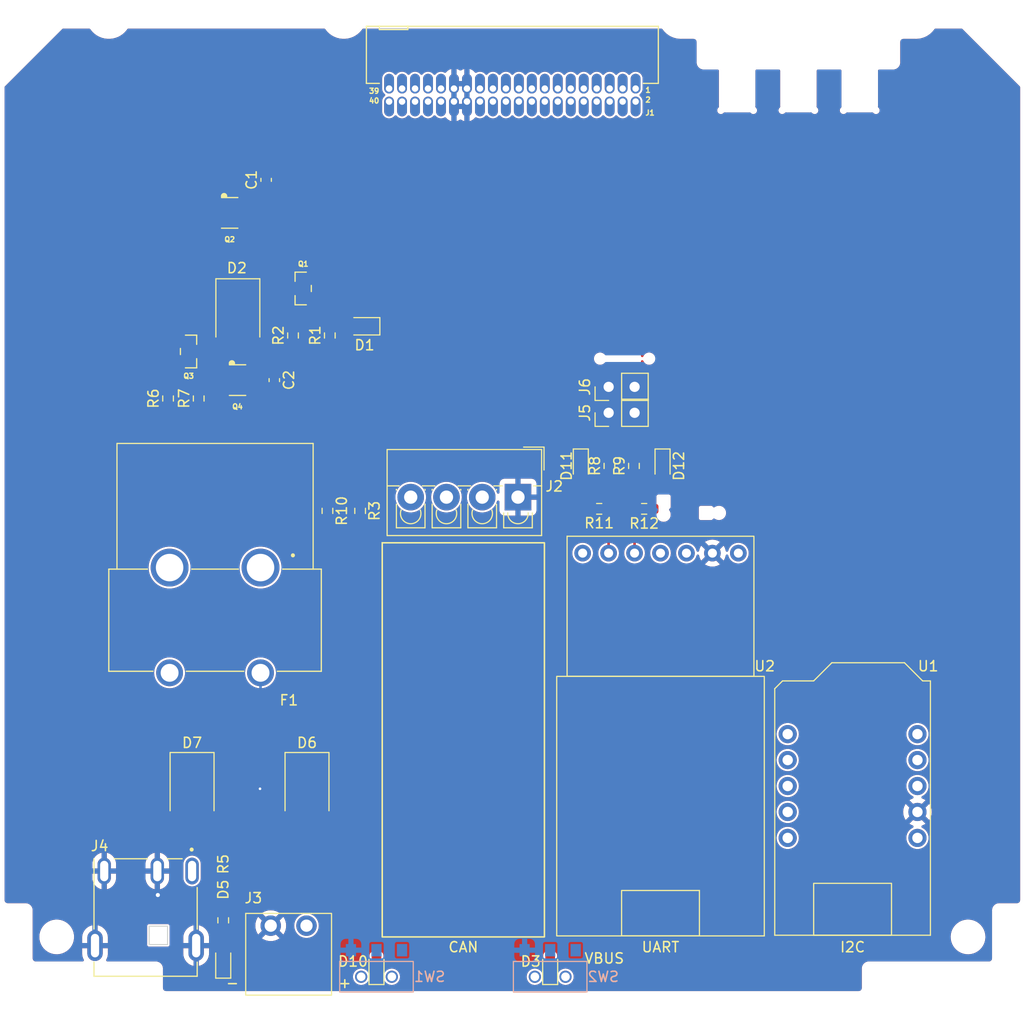
<source format=kicad_pcb>
(kicad_pcb (version 20210606) (generator pcbnew)
  (layers (0 "F.Cu" signal) (31 "B.Cu" signal) (34 "B.Paste" user) (35 "F.Paste" user) (36 "B.SilkS" user "B.Silkscreen") (37 "F.SilkS" user "F.Silkscreen") (38 "B.Mask" user) (39 "F.Mask" user) (44 "Edge.Cuts" user))
  (net 0 "")
  (net 1 "VBUS")
  (net 2 "GND")
  (net 3 "/~{SD}")
  (net 4 "Net-(C2-Pad1)")
  (net 5 "Net-(D2-Pad1)")
  (net 6 "Net-(D1-Pad2)")
  (net 7 "Net-(D3-Pad2)")
  (net 8 "Net-(R8-Pad1)")
  (net 9 "Net-(D5-Pad2)")
  (net 10 "Net-(D6-Pad1)")
  (net 11 "Net-(D6-Pad2)")
  (net 12 "Net-(D7-Pad2)")
  (net 13 "Net-(D10-Pad2)")
  (net 14 "/SPARE5")
  (net 15 "/SPARE4")
  (net 16 "/SPARE3")
  (net 17 "/SPARE1")
  (net 18 "/OPD_SDA")
  (net 19 "/OPD_SCL")
  (net 20 "/OPD_PWR")
  (net 21 "/CAN2_H")
  (net 22 "/CAN2_L")
  (net 23 "/CAN1_H")
  (net 24 "/CAN1_L")
  (net 25 "Net-(F1-Pad1_1)")
  (net 26 "/C3-UART-RX")
  (net 27 "/C3-UART-TX")
  (net 28 "/SPARE32")
  (net 29 "/SPARE31")
  (net 30 "/SPARE22")
  (net 31 "/SPARE21")
  (net 32 "/SPARE10")
  (net 33 "/SPARE9")
  (net 34 "/SPARE8")
  (net 35 "/SPARE7")
  (net 36 "/SPARE6")
  (net 41 "/CANable_5V")
  (net 42 "Net-(J5-Pad1)")
  (net 44 "Net-(J5-Pad2)")
  (net 47 "Net-(Q1-Pad3)")
  (net 48 "Net-(Q3-Pad1)")
  (net 51 "Net-(Q3-Pad3)")
  (net 53 "Net-(R9-Pad1)")
  (net 54 "Net-(D11-Pad2)")
  (net 55 "Net-(D12-Pad2)")
  (footprint "Diode_SMD:D_SMB" (layer "F.Cu") (at 129.8 130 -90)
    (fp_text reference "D6" (at -4.5 0) (layer "F.SilkS"))
    (fp_text value "Schottky")
    (pad "1" smd rect locked (at -2.15 0 270) (size 2.5 2.3) (layers "F.Cu" "F.Paste" "F.Mask") (net 10 "Net-(D6-Pad1)"))
    (pad "2" smd rect locked (at 2.15 0 270) (size 2.5 2.3) (layers "F.Cu" "F.Paste" "F.Mask") (net 11 "Net-(D6-Pad2)"))
  )
  (footprint "oresat-cards:ORESAT-CARD-V1.3-GENERIC-3RF" (layer "F.Cu") (at 100 150)
    (fp_text reference "PCB1" hide)
    (fp_text value "ORESAT-CARD-V1.3-GENERIC-3RF" hide)
    (fp_line (start 3.25 -2.9) (end 4.6 -2.9) (layer "Edge.Cuts") (width 0.001))
    (fp_line (start 84.8 -2.9) (end 95.2 -2.9) (layer "Edge.Cuts") (width 0.001))
    (fp_line (start 82.31 -86.9) (end 82.31 -90.6) (layer "Edge.Cuts") (width 0.001))
    (fp_line (start 76.31 -86.9) (end 76.31 -90.6) (layer "Edge.Cuts") (width 0.001))
    (fp_line (start 70.81 -86.4) (end 72.99 -86.4) (layer "Edge.Cuts") (width 0.001))
    (fp_line (start 79.49 -86.9) (end 79.49 -90.6) (layer "Edge.Cuts") (width 0.001))
    (fp_line (start 82.31 -90.6) (end 79.49 -90.6) (layer "Edge.Cuts") (width 0.001))
    (fp_line (start 85.49 -86.9) (end 85.49 -90.6) (layer "Edge.Cuts") (width 0.001))
    (fp_line (start 94 -94.6) (end 91.1321 -94.6) (layer "Edge.Cuts") (width 0.001))
    (fp_line (start 16 0) (end 83.8 0) (layer "Edge.Cuts") (width 0.001))
    (fp_line (start 87.168 -90.6) (end 85.49 -90.6) (layer "Edge.Cuts") (width 0.001))
    (fp_line (start 0.5 -8.6) (end 2.25 -8.6) (layer "Edge.Cuts") (width 0.001))
    (fp_line (start 84.3 -0.5) (end 84.3 -2.4) (layer "Edge.Cuts") (width 0.001))
    (fp_line (start 4.6 -93.4) (end 0 -88.8) (layer "Edge.Cuts") (width 0.001))
    (fp_line (start 64.668 -94.6) (end 35.132 -94.6) (layer "Edge.Cuts") (width 0.001))
    (fp_line (start 73.49 -86.9) (end 73.49 -90.6) (layer "Edge.Cuts") (width 0.001))
    (fp_line (start 87.668 -93.1) (end 87.668 -91.1) (layer "Edge.Cuts") (width 0.001))
    (fp_line (start 76.31 -90.6) (end 73.49 -90.6) (layer "Edge.Cuts") (width 0.001))
    (fp_line (start 5.8 -94.6) (end 4.6 -93.4) (layer "Edge.Cuts") (width 0.001))
    (fp_line (start 31.668 -94.6) (end 12.132 -94.6) (layer "Edge.Cuts") (width 0.001))
    (fp_line (start 8.66795 -94.6) (end 5.8 -94.6) (layer "Edge.Cuts") (width 0.001))
    (fp_line (start 0 -88.8) (end 0 -9.1) (layer "Edge.Cuts") (width 0.001))
    (fp_line (start 82.81 -86.4) (end 84.99 -86.4) (layer "Edge.Cuts") (width 0.001))
    (fp_line (start 2.75 -8.1) (end 2.75 -3.4) (layer "Edge.Cuts") (width 0.001))
    (fp_line (start 70.31 -90.6) (end 68.6321 -90.6) (layer "Edge.Cuts") (width 0.001))
    (fp_line (start 89.4 -93.6) (end 88.168 -93.6) (layer "Edge.Cuts") (width 0.001))
    (fp_line (start 15.5 -2.4) (end 15.5 -0.5) (layer "Edge.Cuts") (width 0.001))
    (fp_line (start 76.81 -86.4) (end 78.99 -86.4) (layer "Edge.Cuts") (width 0.001))
    (fp_line (start 66.4 -93.6) (end 67.6321 -93.6) (layer "Edge.Cuts") (width 0.001))
    (fp_line (start 95.2 -93.4) (end 94 -94.6) (layer "Edge.Cuts") (width 0.001))
    (fp_line (start 99.8 -88.8) (end 95.2 -93.4) (layer "Edge.Cuts") (width 0.001))
    (fp_line (start 70.31 -86.9) (end 70.31 -90.6) (layer "Edge.Cuts") (width 0.001))
    (fp_line (start 97.05 -3.4) (end 97.05 -8.1) (layer "Edge.Cuts") (width 0.001))
    (fp_line (start 97.55 -8.6) (end 99.3 -8.6) (layer "Edge.Cuts") (width 0.001))
    (fp_line (start 68.1321 -93.1) (end 68.1321 -91.1) (layer "Edge.Cuts") (width 0.001))
    (fp_line (start 95.2 -2.9) (end 96.55 -2.9) (layer "Edge.Cuts") (width 0.001))
    (fp_line (start 99.8 -9.1) (end 99.8 -88.8) (layer "Edge.Cuts") (width 0.001))
    (fp_line (start 4.6 -2.9) (end 15 -2.9) (layer "Edge.Cuts") (width 0.001))
    (fp_arc (start 70.81 -86.899999) (end 70.81 -86.4) (angle 90) (layer "Edge.Cuts") (width 0.001))
    (fp_arc (start 87.168001 -91.1) (end 87.668 -91.1) (angle 90) (layer "Edge.Cuts") (width 0.001))
    (fp_arc (start 89.400026 -95.600043) (end 89.4 -93.6) (angle -60) (layer "Edge.Cuts") (width 0.001))
    (fp_arc (start 10.399975 -95.599985) (end 12.132 -94.6) (angle 120) (layer "Edge.Cuts") (width 0.001))
    (fp_arc (start 83.800001 -0.5) (end 84.3 -0.5) (angle 90) (layer "Edge.Cuts") (width 0.001))
    (fp_arc (start 82.81 -86.899999) (end 82.81 -86.4) (angle 90) (layer "Edge.Cuts") (width 0.001))
    (fp_arc (start 88.167999 -93.1) (end 87.668 -93.1) (angle 90) (layer "Edge.Cuts") (width 0.001))
    (fp_arc (start 72.990001 -86.9) (end 73.49 -86.9) (angle 90) (layer "Edge.Cuts") (width 0.001))
    (fp_arc (start 84.990001 -86.9) (end 84.99 -86.4) (angle -90) (layer "Edge.Cuts") (width 0.001))
    (fp_arc (start 15 -2.400001) (end 15 -2.9) (angle 90) (layer "Edge.Cuts") (width 0.001))
    (fp_arc (start 33.4 -95.59997) (end 35.132 -94.6) (angle 120) (layer "Edge.Cuts") (width 0.001))
    (fp_arc (start 78.990001 -86.9) (end 78.99 -86.4) (angle -90) (layer "Edge.Cuts") (width 0.001))
    (fp_arc (start 97.549999 -8.1) (end 97.55 -8.6) (angle -90) (layer "Edge.Cuts") (width 0.001))
    (fp_arc (start 84.799999 -2.4) (end 84.8 -2.9) (angle -90) (layer "Edge.Cuts") (width 0.001))
    (fp_arc (start 2.25 -8.100001) (end 2.25 -8.6) (angle 90) (layer "Edge.Cuts") (width 0.001))
    (fp_arc (start 68.6321 -91.099999) (end 68.6321 -90.6) (angle 90) (layer "Edge.Cuts") (width 0.001))
    (fp_arc (start 0.5 -9.099999) (end 0.5 -8.6) (angle 90) (layer "Edge.Cuts") (width 0.001))
    (fp_arc (start 96.550001 -3.4) (end 96.55 -2.9) (angle -90) (layer "Edge.Cuts") (width 0.001))
    (fp_arc (start 66.400026 -95.599954) (end 64.668 -94.6) (angle -60) (layer "Edge.Cuts") (width 0.001))
    (fp_arc (start 16 -0.499999) (end 16 0) (angle 90) (layer "Edge.Cuts") (width 0.001))
    (fp_arc (start 3.25 -3.399999) (end 2.75 -3.4) (angle -90) (layer "Edge.Cuts") (width 0.001))
    (fp_arc (start 76.81 -86.899999) (end 76.81 -86.4) (angle 90) (layer "Edge.Cuts") (width 0.001))
    (fp_arc (start 67.6321 -93.100001) (end 68.1321 -93.1) (angle -90) (layer "Edge.Cuts") (width 0.001))
    (fp_arc (start 99.300001 -9.1) (end 99.8 -9.1) (angle 90) (layer "Edge.Cuts") (width 0.001))
    (pad "None" np_thru_hole circle locked (at 70.31 -86.4) (size 0.32 0.32) (drill 0.32) (layers *.Cu *.Mask))
    (pad "None" np_thru_hole circle locked (at 94.5 -5.5) (size 3 3) (drill 3) (layers *.Cu *.Mask))
    (pad "None" np_thru_hole circle locked (at 73.49 -86.4) (size 0.32 0.32) (drill 0.32) (layers *.Cu *.Mask))
    (pad "None" np_thru_hole circle locked (at 85.49 -86.4) (size 0.32 0.32) (drill 0.32) (layers *.Cu *.Mask))
    (pad "None" np_thru_hole circle locked (at 79.49 -86.4) (size 0.32 0.32) (drill 0.32) (layers *.Cu *.Mask))
    (pad "None" np_thru_hole circle locked (at 82.31 -86.4) (size 0.32 0.32) (drill 0.32) (layers *.Cu *.Mask))
    (pad "None" np_thru_hole circle locked (at 5.3 -5.5) (size 3 3) (drill 3) (layers *.Cu *.Mask))
    (pad "None" np_thru_hole circle locked (at 76.31 -86.4) (size 0.32 0.32) (drill 0.32) (layers *.Cu *.Mask))
  )
  (footprint "Resistor_SMD:R_0603_1608Metric_Pad0.98x0.95mm_HandSolder" (layer "F.Cu") (at 131.8 102.8 -90)
    (fp_text reference "R10" (at 0 -1.4 90) (layer "F.SilkS"))
    (fp_text value "10k")
    (pad "1" smd roundrect locked (at -0.9125 0 270) (size 0.975 0.95) (layers "F.Cu" "F.Paste" "F.Mask") (net 4 "Net-(C2-Pad1)"))
    (pad "2" smd roundrect locked (at 0.9125 0 270) (size 0.975 0.95) (layers "F.Cu" "F.Paste" "F.Mask") (net 13 "Net-(D10-Pad2)"))
  )
  (footprint "Seeed-USB-to-UART:Seeed-USB-to-UART" (layer "F.Cu") (at 164.4 131.7)
    (fp_text reference "U2" (at 10.2 -13.7 unlocked) (layer "F.SilkS"))
    (fp_text value "Seeed-USB-to-UART")
    (pad "1" thru_hole circle (at -7.62 -24.765) (size 1.625 1.625) (drill 0.889) (layers *.Cu *.Mask))
    (pad "2" thru_hole circle (at -5.08 -24.765) (size 1.625 1.625) (drill 0.889) (layers *.Cu *.Mask) (net 8 "Net-(R8-Pad1)"))
    (pad "3" thru_hole circle (at -2.54 -24.765) (size 1.625 1.625) (drill 0.889) (layers *.Cu *.Mask) (net 53 "Net-(R9-Pad1)"))
    (pad "4" thru_hole circle (at 0 -24.765) (size 1.625 1.625) (drill 0.889) (layers *.Cu *.Mask))
    (pad "5" thru_hole circle (at 2.54 -24.765) (size 1.625 1.625) (drill 0.889) (layers *.Cu *.Mask))
    (pad "6" thru_hole circle (at 5.08 -24.765) (size 1.625 1.625) (drill 0.889) (layers *.Cu *.Mask) (net 2 "GND"))
    (pad "7" thru_hole circle (at 7.62 -24.765) (size 1.625 1.625) (drill 0.889) (layers *.Cu *.Mask))
  )
  (footprint "LED_SMD:LED_0603_1608Metric_Pad1.05x0.95mm_HandSolder" (layer "F.Cu") (at 153.6 147.5 90)
    (fp_text reference "D3" (at 0.6 -1.9 180) (layer "F.SilkS"))
    (fp_text value "Green")
    (pad "1" smd roundrect locked (at -0.875 0 90) (size 1.05 0.95) (layers "F.Cu" "F.Paste" "F.Mask") (net 2 "GND"))
    (pad "2" smd roundrect locked (at 0.875 0 90) (size 1.05 0.95) (layers "F.Cu" "F.Paste" "F.Mask") (net 7 "Net-(D3-Pad2)"))
  )
  (footprint "Connector_PinHeader_2.54mm:PinHeader_1x02_P2.54mm_Vertical" (layer "F.Cu") (at 159.325 90.66 90)
    (fp_text reference "J6" (at 0 -2.33 90) (layer "F.SilkS"))
    (fp_text value "Header")
    (pad "1" thru_hole rect locked (at 0 0 90) (size 1.7 1.7) (drill 1) (layers *.Cu *.Mask) (net 26 "/C3-UART-RX"))
    (pad "2" thru_hole oval locked (at 0 2.54 90) (size 1.7 1.7) (drill 1) (layers *.Cu *.Mask) (net 27 "/C3-UART-TX"))
  )
  (footprint "Mosfets:SOT23-6" (layer "F.Cu") (at 123 90 -90)
    (fp_text reference "Q4" (at 2.6 0 180) (layer "F.SilkS") (effects (font (size 0.5 0.5))))
    (fp_text value "DMP3050LVT-7")
    (pad "1" smd rect locked (at -0.95 1.3 270) (size 0.7 1) (layers "F.Cu" "F.Paste") (net 4 "Net-(C2-Pad1)"))
    (pad "2" smd rect locked (at 0 1.3 270) (size 0.7 1) (layers "F.Cu" "F.Paste") (net 4 "Net-(C2-Pad1)"))
    (pad "3" smd rect locked (at 0.95 1.3 270) (size 0.7 1) (layers "F.Cu" "F.Paste") (net 51 "Net-(Q3-Pad3)"))
    (pad "4" smd rect locked (at 0.95 -1.3 270) (size 0.7 1) (layers "F.Cu" "F.Paste") (net 25 "Net-(F1-Pad1_1)"))
    (pad "5" smd rect locked (at 0 -1.3 270) (size 0.7 1) (layers "F.Cu" "F.Paste") (net 4 "Net-(C2-Pad1)"))
    (pad "6" smd rect locked (at -0.95 -1.3 270) (size 0.7 1) (layers "F.Cu" "F.Paste") (net 4 "Net-(C2-Pad1)"))
  )
  (footprint "Mosfets:SOT23-3" (layer "F.Cu") (at 129.43125 81.03125 90)
    (fp_text reference "Q1" (at 2.4 0 180) (layer "F.SilkS") (effects (font (size 0.5 0.5))))
    (fp_text value "PMV45EN")
    (pad "1" smd rect locked (at -0.95 1 90) (size 0.8 0.9) (layers "F.Cu" "F.Paste") (net 6 "Net-(D1-Pad2)"))
    (pad "2" smd rect locked (at 0.95 1 90) (size 0.8 0.9) (layers "F.Cu" "F.Paste") (net 2 "GND"))
    (pad "3" smd rect locked (at 0 -1 90) (size 0.8 0.9) (layers "F.Cu" "F.Paste") (net 47 "Net-(Q1-Pad3)"))
  )
  (footprint "J-SAMTEC-TFM-120-X1-XXX-D-RA:J-SAMTEC-TFM-120-X1-XXX-D-RA" (layer "F.Cu") (at 149.9 62.1)
    (fp_text reference "J1" (at 12.954 2.032) (layer "F.SilkS") (effects (font (size 0.508 0.508) (thickness 0.127)) (justify left bottom)))
    (fp_text value "J-SAMTEC-TFM-120-X1-XXX-D-RA" hide)
    (fp_text user "40" (at -14.1 0.8525) (layer "F.SilkS") (effects (font (size 0.508 0.508) (thickness 0.127)) (justify left bottom)))
    (fp_text user "2" (at 12.954 0.762) (layer "F.SilkS") (effects (font (size 0.508 0.508) (thickness 0.127)) (justify left bottom)))
    (fp_text user "39" (at -14.1 -0.1) (layer "F.SilkS") (effects (font (size 0.508 0.508) (thickness 0.127)) (justify left bottom)))
    (fp_text user "1" (at 12.954 -0.1905) (layer "F.SilkS") (effects (font (size 0.508 0.508) (thickness 0.127)) (justify left bottom)))
    (pad "1" thru_hole oval locked (at 12.065 -0.635 90) (size 1.9304 0.9652) (drill 0.635 (offset 0.4826 0)) (layers *.Cu *.Mask) (net 17 "/SPARE1"))
    (pad "2" thru_hole oval locked (at 12.065 0.635 270) (size 1.9304 0.9652) (drill 0.635 (offset 0.4826 0)) (layers *.Cu *.Mask) (net 17 "/SPARE1"))
    (pad "3" thru_hole oval locked (at 10.795 -0.635 90) (size 1.9304 0.9652) (drill 0.635 (offset 0.4826 0)) (layers *.Cu *.Mask) (net 16 "/SPARE3"))
    (pad "4" thru_hole oval locked (at 10.795 0.635 270) (size 1.9304 0.9652) (drill 0.635 (offset 0.4826 0)) (layers *.Cu *.Mask) (net 15 "/SPARE4"))
    (pad "5" thru_hole oval locked (at 9.525 -0.635 90) (size 1.9304 0.9652) (drill 0.635 (offset 0.4826 0)) (layers *.Cu *.Mask) (net 14 "/SPARE5"))
    (pad "6" thru_hole oval locked (at 9.525 0.635 270) (size 1.9304 0.9652) (drill 0.635 (offset 0.4826 0)) (layers *.Cu *.Mask) (net 36 "/SPARE6"))
    (pad "7" thru_hole oval locked (at 8.255 -0.635 90) (size 1.9304 0.9652) (drill 0.635 (offset 0.4826 0)) (layers *.Cu *.Mask) (net 35 "/SPARE7"))
    (pad "8" thru_hole oval locked (at 8.255 0.635 270) (size 1.9304 0.9652) (drill 0.635 (offset 0.4826 0)) (layers *.Cu *.Mask) (net 34 "/SPARE8"))
    (pad "9" thru_hole oval locked (at 6.985 -0.635 90) (size 1.9304 0.9652) (drill 0.635 (offset 0.4826 0)) (layers *.Cu *.Mask) (net 33 "/SPARE9"))
    (pad "10" thru_hole oval locked (at 6.985 0.635 270) (size 1.9304 0.9652) (drill 0.635 (offset 0.4826 0)) (layers *.Cu *.Mask) (net 32 "/SPARE10"))
    (pad "11" thru_hole oval locked (at 5.715 -0.635 90) (size 1.9304 0.9652) (drill 0.635 (offset 0.4826 0)) (layers *.Cu *.Mask) (net 18 "/OPD_SDA"))
    (pad "12" thru_hole oval locked (at 5.715 0.635 270) (size 1.9304 0.9652) (drill 0.635 (offset 0.4826 0)) (layers *.Cu *.Mask) (net 18 "/OPD_SDA"))
    (pad "13" thru_hole oval locked (at 4.445 -0.635 90) (size 1.9304 0.9652) (drill 0.635 (offset 0.4826 0)) (layers *.Cu *.Mask) (net 19 "/OPD_SCL"))
    (pad "14" thru_hole oval locked (at 4.445 0.635 270) (size 1.9304 0.9652) (drill 0.635 (offset 0.4826 0)) (layers *.Cu *.Mask) (net 19 "/OPD_SCL"))
    (pad "15" thru_hole oval locked (at 3.175 -0.635 90) (size 1.9304 0.9652) (drill 0.635 (offset 0.4826 0)) (layers *.Cu *.Mask) (net 20 "/OPD_PWR"))
    (pad "16" thru_hole oval locked (at 3.175 0.635 270) (size 1.9304 0.9652) (drill 0.635 (offset 0.4826 0)) (layers *.Cu *.Mask) (net 20 "/OPD_PWR"))
    (pad "17" thru_hole oval locked (at 1.905 -0.635 90) (size 1.9304 0.9652) (drill 0.635 (offset 0.4826 0)) (layers *.Cu *.Mask) (net 21 "/CAN2_H"))
    (pad "18" thru_hole oval locked (at 1.905 0.635 270) (size 1.9304 0.9652) (drill 0.635 (offset 0.4826 0)) (layers *.Cu *.Mask) (net 21 "/CAN2_H"))
    (pad "19" thru_hole oval locked (at 0.635 -0.635 90) (size 1.9304 0.9652) (drill 0.635 (offset 0.4826 0)) (layers *.Cu *.Mask) (net 22 "/CAN2_L"))
    (pad "20" thru_hole oval locked (at 0.635 0.635 270) (size 1.9304 0.9652) (drill 0.635 (offset 0.4826 0)) (layers *.Cu *.Mask) (net 22 "/CAN2_L"))
    (pad "21" thru_hole oval locked (at -0.635 -0.635 90) (size 1.9304 0.9652) (drill 0.635 (offset 0.4826 0)) (layers *.Cu *.Mask) (net 31 "/SPARE21"))
    (pad "22" thru_hole oval locked (at -0.635 0.635 270) (size 1.9304 0.9652) (drill 0.635 (offset 0.4826 0)) (layers *.Cu *.Mask) (net 30 "/SPARE22"))
    (pad "23" thru_hole oval locked (at -1.905 -0.635 90) (size 1.9304 0.9652) (drill 0.635 (offset 0.4826 0)) (layers *.Cu *.Mask) (net 1 "VBUS"))
    (pad "24" thru_hole oval locked (at -1.905 0.635 270) (size 1.9304 0.9652) (drill 0.635 (offset 0.4826 0)) (layers *.Cu *.Mask) (net 1 "VBUS"))
    (pad "25" thru_hole oval locked (at -3.175 -0.635 90) (size 1.9304 0.9652) (drill 0.635 (offset 0.4826 0)) (layers *.Cu *.Mask) (net 1 "VBUS"))
    (pad "26" thru_hole oval locked (at -3.175 0.635 270) (size 1.9304 0.9652) (drill 0.635 (offset 0.4826 0)) (layers *.Cu *.Mask) (net 1 "VBUS"))
    (pad "27" thru_hole oval locked (at -4.445 -0.635 90) (size 1.9304 0.9652) (drill 0.635 (offset 0.4826 0)) (layers *.Cu *.Mask) (net 2 "GND"))
    (pad "28" thru_hole oval locked (at -4.445 0.635 270) (size 1.9304 0.9652) (drill 0.635 (offset 0.4826 0)) (layers *.Cu *.Mask) (net 2 "GND"))
    (pad "29" thru_hole oval locked (at -5.715 -0.635 90) (size 1.9304 0.9652) (drill 0.635 (offset 0.4826 0)) (layers *.Cu *.Mask) (net 2 "GND"))
    (pad "30" thru_hole oval locked (at -5.715 0.635 270) (size 1.9304 0.9652) (drill 0.635 (offset 0.4826 0)) (layers *.Cu *.Mask) (net 2 "GND"))
    (pad "31" thru_hole oval locked (at -6.985 -0.635 90) (size 1.9304 0.9652) (drill 0.635 (offset 0.4826 0)) (layers *.Cu *.Mask) (net 29 "/SPARE31"))
    (pad "32" thru_hole oval locked (at -6.985 0.635 270) (size 1.9304 0.9652) (drill 0.635 (offset 0.4826 0)) (layers *.Cu *.Mask) (net 28 "/SPARE32"))
    (pad "33" thru_hole oval locked (at -8.255 -0.635 90) (size 1.9304 0.9652) (drill 0.635 (offset 0.4826 0)) (layers *.Cu *.Mask) (net 23 "/CAN1_H"))
    (pad "34" thru_hole oval locked (at -8.255 0.635 270) (size 1.9304 0.9652) (drill 0.635 (offset 0.4826 0)) (layers *.Cu *.Mask) (net 23 "/CAN1_H"))
    (pad "35" thru_hole oval locked (at -9.525 -0.635 90) (size 1.9304 0.9652) (drill 0.635 (offset 0.4826 0)) (layers *.Cu *.Mask) (net 24 "/CAN1_L"))
    (pad "36" thru_hole oval locked (at -9.525 0.635 270) (size 1.9304 0.9652) (drill 0.635 (offset 0.4826 0)) (layers *.Cu *.Mask) (net 24 "/CAN1_L"))
    (pad "37" thru_hole oval locked (at -10.795 -0.635 90) (size 1.9304 0.9652) (drill 0.635 (offset 0.4826 0)) (layers *.Cu *.Mask) (net 27 "/C3-UART-TX"))
    (pad "38" thru_hole oval locked (at -10.795 0.635 270) (size 1.9304 0.9652) (drill 0.635 (offset 0.4826 0)) (layers *.Cu *.Mask) (net 26 "/C3-UART-RX"))
    (pad "39" thru_hole oval locked (at -12.065 -0.635 90) (size 1.9304 0.9652) (drill 0.635 (offset 0.4826 0)) (layers *.Cu *.Mask) (net 3 "/~{SD}"))
    (pad "40" thru_hole oval locked (at -12.065 0.635 270) (size 1.9304 0.9652) (drill 0.635 (offset 0.4826 0)) (layers *.Cu *.Mask) (net 3 "/~{SD}"))
  )
  (footprint "Resistor_SMD:R_0603_1608Metric_Pad0.98x0.95mm_HandSolder" (layer "F.Cu") (at 161.8 98.4 90)
    (fp_text reference "R9" (at 0 -1.43 90) (layer "F.SilkS"))
    (fp_text value "10k")
    (pad "1" smd roundrect locked (at -0.9125 0 90) (size 0.975 0.95) (layers "F.Cu" "F.Paste" "F.Mask") (net 53 "Net-(R9-Pad1)"))
    (pad "2" smd roundrect locked (at 0.9125 0 90) (size 0.975 0.95) (layers "F.Cu" "F.Paste" "F.Mask") (net 44 "Net-(J5-Pad2)"))
  )
  (footprint "LED_SMD:LED_0603_1608Metric_Pad1.05x0.95mm_HandSolder" (layer "F.Cu") (at 121.6 146.875 90)
    (fp_text reference "D5" (at 7 0 90) (layer "F.SilkS"))
    (fp_text value "Green")
    (pad "1" smd roundrect locked (at -0.875 0 90) (size 1.05 0.95) (layers "F.Cu" "F.Paste" "F.Mask") (net 2 "GND"))
    (pad "2" smd roundrect locked (at 0.875 0 90) (size 1.05 0.95) (layers "F.Cu" "F.Paste" "F.Mask") (net 9 "Net-(D5-Pad2)"))
  )
  (footprint "LED_SMD:LED_0603_1608Metric_Pad1.05x0.95mm_HandSolder" (layer "F.Cu") (at 164.6 98.4 -90)
    (fp_text reference "D12" (at 0 -1.6 90) (layer "F.SilkS"))
    (fp_text value "Green")
    (pad "1" smd roundrect locked (at -0.875 0 270) (size 1.05 0.95) (layers "F.Cu" "F.Paste" "F.Mask") (net 2 "GND"))
    (pad "2" smd roundrect locked (at 0.875 0 270) (size 1.05 0.95) (layers "F.Cu" "F.Paste" "F.Mask") (net 55 "Net-(D12-Pad2)"))
  )
  (footprint "Resistor_SMD:R_0603_1608Metric_Pad0.98x0.95mm_HandSolder" (layer "F.Cu") (at 116.2 91.8 90)
    (fp_text reference "R6" (at 0 -1.43 90) (layer "F.SilkS"))
    (fp_text value "10k")
    (pad "1" smd roundrect locked (at -0.9125 0 90) (size 0.975 0.95) (layers "F.Cu" "F.Paste" "F.Mask") (net 25 "Net-(F1-Pad1_1)"))
    (pad "2" smd roundrect locked (at 0.9125 0 90) (size 0.975 0.95) (layers "F.Cu" "F.Paste" "F.Mask") (net 48 "Net-(Q3-Pad1)"))
  )
  (footprint "J-Phoenix-2-Position-3-5mm-Terminal-Block-Header:1995499" (layer "F.Cu") (at 128 143.4)
    (fp_text reference "J3" (at -3.45 -2.7 unlocked) (layer "F.SilkS"))
    (fp_text value "Terminal Block")
    (pad "1" thru_hole circle (at -1.75 0) (size 2 2) (drill 1.2) (layers *.Cu *.Mask) (net 2 "GND"))
    (pad "2" thru_hole circle (at 1.75 0) (size 2 2) (drill 1.2) (layers *.Cu *.Mask) (net 11 "Net-(D6-Pad2)"))
  )
  (footprint "LED_SMD:LED_0603_1608Metric_Pad1.05x0.95mm_HandSolder" (layer "F.Cu") (at 136.6 147.5 90)
    (fp_text reference "D10" (at 0.6 -2.3 180) (layer "F.SilkS"))
    (fp_text value "Green")
    (pad "1" smd roundrect locked (at -0.875 0 90) (size 1.05 0.95) (layers "F.Cu" "F.Paste" "F.Mask") (net 2 "GND"))
    (pad "2" smd roundrect locked (at 0.875 0 90) (size 1.05 0.95) (layers "F.Cu" "F.Paste" "F.Mask") (net 13 "Net-(D10-Pad2)"))
  )
  (footprint "Resistor_SMD:R_0603_1608Metric_Pad0.98x0.95mm_HandSolder" (layer "F.Cu") (at 162.8 102.6 180)
    (fp_text reference "R12" (at 0 -1.43) (layer "F.SilkS"))
    (fp_text value "10k")
    (pad "1" smd roundrect locked (at -0.9125 0 180) (size 0.975 0.95) (layers "F.Cu" "F.Paste" "F.Mask") (net 55 "Net-(D12-Pad2)"))
    (pad "2" smd roundrect locked (at 0.9125 0 180) (size 0.975 0.95) (layers "F.Cu" "F.Paste" "F.Mask") (net 53 "Net-(R9-Pad1)"))
  )
  (footprint "Mosfets:SOT23-3" (layer "F.Cu") (at 118.2 87.2 -90)
    (fp_text reference "Q3" (at 2.4 -0.0175) (layer "F.SilkS") (effects (font (size 0.5 0.5))))
    (fp_text value "PMV45EN")
    (pad "1" smd rect locked (at -0.95 1 270) (size 0.8 0.9) (layers "F.Cu" "F.Paste") (net 48 "Net-(Q3-Pad1)"))
    (pad "2" smd rect locked (at 0.95 1 270) (size 0.8 0.9) (layers "F.Cu" "F.Paste") (net 2 "GND"))
    (pad "3" smd rect locked (at 0 -1 270) (size 0.8 0.9) (layers "F.Cu" "F.Paste") (net 51 "Net-(Q3-Pad3)"))
  )
  (footprint "F-Keystone-3550-2-ATC-Fuse-Holder:FUSE_3550-2" (layer "F.Cu") (at 120.8 113.5 180)
    (fp_text reference "F1" (at -7.225 -7.835) (layer "F.SilkS"))
    (fp_text value "ATC Fuse")
    (pad "1_1" thru_hole circle locked (at -4.45 5.15 180) (size 3.706 3.706) (drill 2.69) (layers *.Cu *.Mask) (net 25 "Net-(F1-Pad1_1)"))
    (pad "1_2" thru_hole circle locked (at -4.45 -5.15 180) (size 2.625 2.625) (drill 1.75) (layers *.Cu *.Mask) (net 25 "Net-(F1-Pad1_1)"))
    (pad "2_1" thru_hole circle locked (at 4.45 5.15 180) (size 3.706 3.706) (drill 2.69) (layers *.Cu *.Mask) (net 10 "Net-(D6-Pad1)"))
    (pad "2_2" thru_hole circle locked (at 4.45 -5.15 180) (size 2.625 2.625) (drill 1.75) (layers *.Cu *.Mask) (net 10 "Net-(D6-Pad1)"))
  )
  (footprint "Resistor_SMD:R_0603_1608Metric_Pad0.98x0.95mm_HandSolder" (layer "F.Cu") (at 158.4 102.6)
    (fp_text reference "R11" (at 0 1.4) (layer "F.SilkS"))
    (fp_text value "10k")
    (pad "1" smd roundrect locked (at -0.9125 0) (size 0.975 0.95) (layers "F.Cu" "F.Paste" "F.Mask") (net 54 "Net-(D11-Pad2)"))
    (pad "2" smd roundrect locked (at 0.9125 0) (size 0.975 0.95) (layers "F.Cu" "F.Paste" "F.Mask") (net 8 "Net-(R8-Pad1)"))
  )
  (footprint "Adafruit-Trinket-M0:Trinket-M0" (layer "F.Cu") (at 183.2 131 180)
    (fp_text reference "U1" (at -7.4 13 unlocked) (layer "F.SilkS"))
    (fp_text value "Trinket-M0")
    (pad "1" thru_hole circle (at -6.35 -3.81 180) (size 1.778 1.778) (drill 1.016) (layers *.Cu *.Mask))
    (pad "2" thru_hole circle (at -6.35 -1.27 180) (size 1.778 1.778) (drill 1.016) (layers *.Cu *.Mask) (net 2 "GND"))
    (pad "3" thru_hole circle (at -6.35 1.27 180) (size 1.778 1.778) (drill 1.016) (layers *.Cu *.Mask))
    (pad "4" thru_hole circle (at -6.35 3.81 180) (size 1.778 1.778) (drill 1.016) (layers *.Cu *.Mask))
    (pad "5" thru_hole circle (at -6.35 6.35 180) (size 1.778 1.778) (drill 1.016) (layers *.Cu *.Mask))
    (pad "6" thru_hole circle (at 6.35 6.35 180) (size 1.778 1.778) (drill 1.016) (layers *.Cu *.Mask) (net 20 "/OPD_PWR"))
    (pad "7" thru_hole circle (at 6.35 3.81 180) (size 1.778 1.778) (drill 1.016) (layers *.Cu *.Mask) (net 19 "/OPD_SCL"))
    (pad "8" thru_hole circle (at 6.35 1.27 180) (size 1.778 1.778) (drill 1.016) (layers *.Cu *.Mask))
    (pad "9" thru_hole circle (at 6.35 -1.27 180) (size 1.778 1.778) (drill 1.016) (layers *.Cu *.Mask) (net 18 "/OPD_SDA"))
    (pad "10" thru_hole circle (at 6.35 -3.81 180) (size 1.778 1.778) (drill 1.016) (layers *.Cu *.Mask))
  )
  (footprint "LED_SMD:LED_0603_1608Metric_Pad1.05x0.95mm_HandSolder" (layer "F.Cu") (at 156.6 98.4 -90)
    (fp_text reference "D11" (at 0 1.4 90) (layer "F.SilkS"))
    (fp_text value "Green")
    (pad "1" smd roundrect locked (at -0.875 0 270) (size 1.05 0.95) (layers "F.Cu" "F.Paste" "F.Mask") (net 2 "GND"))
    (pad "2" smd roundrect locked (at 0.875 0 270) (size 1.05 0.95) (layers "F.Cu" "F.Paste" "F.Mask") (net 54 "Net-(D11-Pad2)"))
  )
  (footprint "Resistor_SMD:R_0603_1608Metric_Pad0.98x0.95mm_HandSolder" (layer "F.Cu") (at 119.2 91.8 90)
    (fp_text reference "R7" (at 0 -1.43 90) (layer "F.SilkS"))
    (fp_text value "10k")
    (pad "1" smd roundrect locked (at -0.9125 0 90) (size 0.975 0.95) (layers "F.Cu" "F.Paste" "F.Mask") (net 25 "Net-(F1-Pad1_1)"))
    (pad "2" smd roundrect locked (at 0.9125 0 90) (size 0.975 0.95) (layers "F.Cu" "F.Paste" "F.Mask") (net 51 "Net-(Q3-Pad3)"))
  )
  (footprint "Capacitor_SMD:C_0603_1608Metric_Pad1.08x0.95mm_HandSolder" (layer "F.Cu") (at 125.8 70.4 90)
    (fp_text reference "C1" (at 0 -1.43 90) (layer "F.SilkS"))
    (fp_text value "10uF")
    (pad "1" smd roundrect locked (at -0.8625 0 90) (size 1.075 0.95) (layers "F.Cu" "F.Paste" "F.Mask") (net 1 "VBUS"))
    (pad "2" smd roundrect locked (at 0.8625 0 90) (size 1.075 0.95) (layers "F.Cu" "F.Paste" "F.Mask") (net 2 "GND"))
  )
  (footprint "Resistor_SMD:R_0603_1608Metric_Pad0.98x0.95mm_HandSolder" (layer "F.Cu") (at 121.6 142.875 -90)
    (fp_text reference "R5" (at -5.5 0 90) (layer "F.SilkS"))
    (fp_text value "10k")
    (pad "1" smd roundrect locked (at -0.9125 0 270) (size 0.975 0.95) (layers "F.Cu" "F.Paste" "F.Mask") (net 25 "Net-(F1-Pad1_1)"))
    (pad "2" smd roundrect locked (at 0.9125 0 270) (size 0.975 0.95) (layers "F.Cu" "F.Paste" "F.Mask") (net 9 "Net-(D5-Pad2)"))
  )
  (footprint "Diode_SMD:D_SOD-323F" (layer "F.Cu") (at 135.43125 84.73125 180)
    (fp_text reference "D1" (at 0 -1.85) (layer "F.SilkS"))
    (fp_text value "1N4151WS")
    (pad "1" smd rect locked (at -1.1 0 180) (size 0.5 0.5) (layers "F.Cu" "F.Paste" "F.Mask") (net 3 "/~{SD}"))
    (pad "2" smd rect locked (at 1.1 0 180) (size 0.5 0.5) (layers "F.Cu" "F.Paste" "F.Mask") (net 6 "Net-(D1-Pad2)"))
  )
  (footprint "Resistor_SMD:R_0603_1608Metric_Pad0.98x0.95mm_HandSolder" (layer "F.Cu") (at 128.43125 85.63125 90)
    (fp_text reference "R2" (at 0 -1.43 90) (layer "F.SilkS"))
    (fp_text value "10k")
    (pad "1" smd roundrect locked (at -0.9125 0 90) (size 0.975 0.95) (layers "F.Cu" "F.Paste" "F.Mask") (net 4 "Net-(C2-Pad1)"))
    (pad "2" smd roundrect locked (at 0.9125 0 90) (size 0.975 0.95) (layers "F.Cu" "F.Paste" "F.Mask") (net 47 "Net-(Q1-Pad3)"))
  )
  (footprint "J-CUI-PJ-051AH-Barrel-Jack:CUI_PJ-051AH" (layer "F.Cu") (at 114 142.6 -90)
    (fp_text reference "J4" (at -7 4.5 180) (layer "F.SilkS") (effects (font (size 1.000488 1.000488))))
    (fp_text value "Barrel Jack")
    (fp_line (start 0.85 -2.15) (end 2.65 -2.15) (layer "Edge.Cuts") (width 0.1))
    (fp_line (start 2.65 -2.15) (end 2.65 -0.35) (layer "Edge.Cuts") (width 0.1))
    (fp_line (start 2.65 -0.35) (end 0.85 -0.35) (layer "Edge.Cuts") (width 0.1))
    (fp_line (start 0.85 -0.35) (end 0.85 -2.15) (layer "Edge.Cuts") (width 0.1))
    (pad "1" thru_hole oval locked (at -4.55 -4.55 270) (size 2.616 1.308) (drill oval 2 0.8) (layers *.Cu *.Mask) (net 12 "Net-(D7-Pad2)"))
    (pad "2" thru_hole oval locked (at -4.55 4.05 270) (size 2.616 1.308) (drill oval 2 0.8) (layers *.Cu *.Mask) (net 2 "GND"))
    (pad "3" thru_hole oval locked (at -4.55 -1.15 270) (size 2.616 1.308) (drill oval 2 0.8) (layers *.Cu *.Mask) (net 2 "GND"))
    (pad "None" np_thru_hole circle locked (at 1.75 -1.25 270) (size 1.3 1.3) (drill 1.3) (layers *.Cu *.Mask))
    (pad "S1" thru_hole oval locked (at 2.75 -4.95 270) (size 3.016 1.508) (drill oval 2.3 0.8) (layers *.Cu *.Mask) (net 2 "GND"))
    (pad "S2" thru_hole oval locked (at 2.75 4.95 270) (size 3.016 1.508) (drill oval 2.3 0.8) (layers *.Cu *.Mask) (net 2 "GND"))
  )
  (footprint "Resistor_SMD:R_0603_1608Metric_Pad0.98x0.95mm_HandSolder" (layer "F.Cu") (at 135 102.8 -90)
    (fp_text reference "R3" (at 0 -1.4 90) (layer "F.SilkS"))
    (fp_text value "10k")
    (pad "1" smd roundrect locked (at -0.9125 0 270) (size 0.975 0.95) (layers "F.Cu" "F.Paste" "F.Mask") (net 1 "VBUS"))
    (pad "2" smd roundrect locked (at 0.9125 0 270) (size 0.975 0.95) (layers "F.Cu" "F.Paste" "F.Mask") (net 7 "Net-(D3-Pad2)"))
  )
  (footprint "Mosfets:SOT23-6" (layer "F.Cu") (at 122.23125 73.63125 -90)
    (fp_text reference "Q2" (at 2.6 0 180) (layer "F.SilkS") (effects (font (size 0.5 0.5))))
    (fp_text value "DMP3050LVT-7")
    (pad "1" smd rect locked (at -0.95 1.3 270) (size 0.7 1) (layers "F.Cu" "F.Paste") (net 1 "VBUS"))
    (pad "2" smd rect locked (at 0 1.3 270) (size 0.7 1) (layers "F.Cu" "F.Paste") (net 1 "VBUS"))
    (pad "3" smd rect locked (at 0.95 1.3 270) (size 0.7 1) (layers "F.Cu" "F.Paste") (net 47 "Net-(Q1-Pad3)"))
    (pad "4" smd rect locked (at 0.95 -1.3 270) (size 0.7 1) (layers "F.Cu" "F.Paste") (net 5 "Net-(D2-Pad1)"))
    (pad "5" smd rect locked (at 0 -1.3 270) (size 0.7 1) (layers "F.Cu" "F.Paste") (net 1 "VBUS"))
    (pad "6" smd rect locked (at -0.95 -1.3 270) (size 0.7 1) (layers "F.Cu" "F.Paste") (net 1 "VBUS"))
  )
  (footprint "Resistor_SMD:R_0603_1608Metric_Pad0.98x0.95mm_HandSolder" (layer "F.Cu") (at 159.4 98.4 90)
    (fp_text reference "R8" (at 0 -1.43 90) (layer "F.SilkS"))
    (fp_text value "10k")
    (pad "1" smd roundrect locked (at -0.9125 0 90) (size 0.975 0.95) (layers "F.Cu" "F.Paste" "F.Mask") (net 8 "Net-(R8-Pad1)"))
    (pad "2" smd roundrect locked (at 0.9125 0 90) (size 0.975 0.95) (layers "F.Cu" "F.Paste" "F.Mask") (net 42 "Net-(J5-Pad1)"))
  )
  (footprint "TerminalBlock_4Ucon:TerminalBlock_4Ucon_1x04_P3.50mm_Vertical" (layer "F.Cu") (at 150.45 101.455 180)
    (fp_text reference "J2" (at -3.55 1.055) (layer "F.SilkS"))
    (fp_text value "Conn_01x04")
    (pad "1" thru_hole rect locked (at 0 0 180) (size 2.6 2.6) (drill 1.3) (layers *.Cu *.Mask) (net 2 "GND"))
    (pad "2" thru_hole circle locked (at 3.5 0 180) (size 2.6 2.6) (drill 1.3) (layers *.Cu *.Mask) (net 24 "/CAN1_L"))
    (pad "3" thru_hole circle locked (at 7 0 180) (size 2.6 2.6) (drill 1.3) (layers *.Cu *.Mask) (net 23 "/CAN1_H"))
    (pad "4" thru_hole circle locked (at 10.5 0 180) (size 2.6 2.6) (drill 1.3) (layers *.Cu *.Mask) (net 41 "/CANable_5V"))
  )
  (footprint "Capacitor_SMD:C_0603_1608Metric_Pad1.08x0.95mm_HandSolder" (layer "F.Cu") (at 126.6 90 -90)
    (fp_text reference "C2" (at 0 -1.43 90) (layer "F.SilkS"))
    (fp_text value "10uF")
    (pad "1" smd roundrect locked (at -0.8625 0 270) (size 1.075 0.95) (layers "F.Cu" "F.Paste" "F.Mask") (net 4 "Net-(C2-Pad1)"))
    (pad "2" smd roundrect locked (at 0.8625 0 270) (size 1.075 0.95) (layers "F.Cu" "F.Paste" "F.Mask") (net 2 "GND"))
  )
  (footprint "Diode_SMD:D_SMB" (layer "F.Cu") (at 123.03125 83.63125 -90)
    (fp_text reference "D2" (at -4.6 0.1) (layer "F.SilkS"))
    (fp_text value "Schottky")
    (pad "1" smd rect locked (at -2.15 0 270) (size 2.5 2.3) (layers "F.Cu" "F.Paste" "F.Mask") (net 5 "Net-(D2-Pad1)"))
    (pad "2" smd rect locked (at 2.15 0 270) (size 2.5 2.3) (layers "F.Cu" "F.Paste" "F.Mask") (net 4 "Net-(C2-Pad1)"))
  )
  (footprint "Diode_SMD:D_SMB" (layer "F.Cu") (at 118.55 130 -90)
    (fp_text reference "D7" (at -4.5 0) (layer "F.SilkS"))
    (fp_text value "Schottky")
    (pad "1" smd rect locked (at -2.15 0 270) (size 2.5 2.3) (layers "F.Cu" "F.Paste" "F.Mask") (net 10 "Net-(D6-Pad1)"))
    (pad "2" smd rect locked (at 2.15 0 270) (size 2.5 2.3) (layers "F.Cu" "F.Paste" "F.Mask") (net 12 "Net-(D7-Pad2)"))
  )
  (footprint "Resistor_SMD:R_0603_1608Metric_Pad0.98x0.95mm_HandSolder" (layer "F.Cu") (at 132.03125 85.63125 90)
    (fp_text reference "R1" (at 0 -1.43 90) (layer "F.SilkS"))
    (fp_text value "10k")
    (pad "1" smd roundrect locked (at -0.9125 0 90) (size 0.975 0.95) (layers "F.Cu" "F.Paste" "F.Mask") (net 4 "Net-(C2-Pad1)"))
    (pad "2" smd roundrect locked (at 0.9125 0 90) (size 0.975 0.95) (layers "F.Cu" "F.Paste" "F.Mask") (net 6 "Net-(D1-Pad2)"))
  )
  (footprint "Connector_PinHeader_2.54mm:PinHeader_1x02_P2.54mm_Vertical" (layer "F.Cu") (at 159.325 93.2 90)
    (fp_text reference "J5" (at 0 -2.33 90) (layer "F.SilkS"))
    (fp_text value "Header")
    (pad "1" thru_hole rect locked (at 0 0 90) (size 1.7 1.7) (drill 1) (layers *.Cu *.Mask) (net 42 "Net-(J5-Pad1)"))
    (pad "2" thru_hole oval locked (at 0 2.54 90) (size 1.7 1.7) (drill 1) (layers *.Cu *.Mask) (net 44 "Net-(J5-Pad2)"))
  )
  (footprint "S-CK-AYZ0102AGRLC-Slide-Switch:AYZ0102AGRLC" (layer "B.Cu") (at 136.6 148.4 180)
    (fp_text reference "SW1" (at -5.2 0 unlocked) (layer "B.SilkS") (effects (justify mirror)))
    (fp_text value "Slide Switch")
    (pad "" np_thru_hole circle (at 1.5 0 180) (size 1.2 1.2) (drill 0.85) (layers F&B.Cu *.Mask))
    (pad "" np_thru_hole circle (at -1.5 0 180) (size 1.2 1.2) (drill 0.85) (layers F&B.Cu *.Mask))
    (pad "1" smd rect (at -2.5 2.6 180) (size 1 1.2) (layers "B.Cu" "B.Paste" "B.Mask") (net 48 "Net-(Q3-Pad1)"))
    (pad "2" smd rect (at 0 2.6 180) (size 1 1.2) (layers "B.Cu" "B.Paste" "B.Mask") (net 48 "Net-(Q3-Pad1)"))
    (pad "3" smd rect (at 2.5 2.6 180) (size 1 1.2) (layers "B.Cu" "B.Paste" "B.Mask") (net 2 "GND"))
  )
  (footprint "S-CK-AYZ0102AGRLC-Slide-Switch:AYZ0102AGRLC" (layer "B.Cu") (at 153.6 148.4 180)
    (fp_text reference "SW2" (at -5.2 0 unlocked) (layer "B.SilkS") (effects (justify mirror)))
    (fp_text value "Slide Switch")
    (pad "" np_thru_hole circle (at -1.5 0 180) (size 1.2 1.2) (drill 0.85) (layers F&B.Cu *.Mask))
    (pad "" np_thru_hole circle (at 1.5 0 180) (size 1.2 1.2) (drill 0.85) (layers F&B.Cu *.Mask))
    (pad "1" smd rect (at -2.5 2.6 180) (size 1 1.2) (layers "B.Cu" "B.Paste" "B.Mask") (net 3 "/~{SD}"))
    (pad "2" smd rect (at 0 2.6 180) (size 1 1.2) (layers "B.Cu" "B.Paste" "B.Mask") (net 3 "/~{SD}"))
    (pad "3" smd rect (at 2.5 2.6 180) (size 1 1.2) (layers "B.Cu" "B.Paste" "B.Mask") (net 2 "GND"))
  )
  (gr_rect (start 137.1625 144.5) (end 153.0375 105.92375) (layer "F.SilkS") (width 0.15) (fill none))
  (gr_text "-" (at 122.5 149) (layer "F.SilkS") (effects (font (size 1 1))))
  (gr_text "+" (at 133.5 149) (layer "F.SilkS") (effects (font (size 1 1))))
  (gr_text "VBUS" (at 158.9 146.6) (layer "F.SilkS") (effects (font (size 1 1))))
  (gr_text "I2C" (at 183.2 145.5) (layer "F.SilkS") (effects (font (size 1 1))))
  (gr_text "UART" (at 164.4 145.5) (layer "F.SilkS") (effects (font (size 1 1))))
  (gr_text "CAN" (at 145.1 145.5) (layer "F.SilkS") (effects (font (size 1 1))))
  (segment (start 135 89.2) (end 135 101.8875) (width 0.4) (layer "F.Cu") (net 1))
  (segment (start 127.76875 72.76875) (end 135.4 80.4) (width 0.4) (layer "F.Cu") (net 1))
  (segment (start 135.4 88.8) (end 135 89.2) (width 0.4) (layer "F.Cu") (net 1))
  (segment (start 125.83125 72.76875) (end 127.76875 72.76875) (width 0.4) (layer "F.Cu") (net 1))
  (segment (start 135.4 80.4) (end 135.4 88.8) (width 0.4) (layer "F.Cu") (net 1))
  (via (at 115.2 140.4) (size 0.8) (drill 0.4) (layers "F.Cu" "B.Cu") (net 2))
  (segment (start 128.43125 86.54375) (end 126.54375 86.54375) (width 0.4) (layer "F.Cu") (net 4))
  (segment (start 126.54375 86.54375) (end 125.78125 85.78125) (width 0.4) (layer "F.Cu") (net 4))
  (segment (start 132.03125 86.54375) (end 128.43125 86.54375) (width 0.4) (layer "F.Cu") (net 4))
  (segment (start 131.8 89) (end 132.03125 88.76875) (width 0.4) (layer "F.Cu") (net 4))
  (segment (start 132.03125 88.76875) (end 132.03125 86.54375) (width 0.4) (layer "F.Cu") (net 4))
  (segment (start 125.78125 85.78125) (end 123.03125 85.78125) (width 0.4) (layer "F.Cu") (net 4))
  (segment (start 131.8 101.8875) (end 131.8 89) (width 0.4) (layer "F.Cu") (net 4))
  (segment (start 132.04375 84.73125) (end 132.03125 84.71875) (width 0.4) (layer "F.Cu") (net 6))
  (segment (start 131.58125 81.98125) (end 130.43125 81.98125) (width 0.4) (layer "F.Cu") (net 6))
  (segment (start 134.33125 84.73125) (end 132.04375 84.73125) (width 0.4) (layer "F.Cu") (net 6))
  (segment (start 132.03125 82.43125) (end 131.58125 81.98125) (width 0.4) (layer "F.Cu") (net 6))
  (segment (start 132.03125 84.71875) (end 132.03125 82.43125) (width 0.4) (layer "F.Cu") (net 6))
  (segment (start 151.4 142.6) (end 153.6 144.8) (width 0.3) (layer "F.Cu") (net 7))
  (segment (start 135 139.2) (end 138.4 142.6) (width 0.3) (layer "F.Cu") (net 7))
  (segment (start 153.6 144.8) (end 153.6 146.625) (width 0.3) (layer "F.Cu") (net 7))
  (segment (start 135 103.7125) (end 135 139.2) (width 0.3) (layer "F.Cu") (net 7))
  (segment (start 138.4 142.6) (end 151.4 142.6) (width 0.3) (layer "F.Cu") (net 7))
  (segment (start 159.3125 99.4) (end 159.4 99.3125) (width 0.25) (layer "F.Cu") (net 8))
  (segment (start 159.3125 102.6) (end 159.3125 99.4) (width 0.25) (layer "F.Cu") (net 8))
  (segment (start 159.32 102.6075) (end 159.3125 102.6) (width 0.25) (layer "F.Cu") (net 8))
  (segment (start 159.32 106.935) (end 159.32 102.6075) (width 0.25) (layer "F.Cu") (net 8))
  (segment (start 121.6 143.7875) (end 121.6 146) (width 0.3) (layer "F.Cu") (net 9))
  (segment (start 129.75 132.2) (end 129.8 132.15) (width 0.25) (layer "F.Cu") (net 11))
  (segment (start 131.8 103.7125) (end 131.8 105.8) (width 0.3) (layer "F.Cu") (net 13))
  (segment (start 136.6 142) (end 136.6 146.625) (width 0.3) (layer "F.Cu") (net 13))
  (segment (start 134.2 108.2) (end 134.2 139.6) (width 0.3) (layer "F.Cu") (net 13))
  (segment (start 131.8 105.8) (end 134.2 108.2) (width 0.3) (layer "F.Cu") (net 13))
  (segment (start 134.2 139.6) (end 136.6 142) (width 0.3) (layer "F.Cu") (net 13))
  (segment (start 121.6 133.6) (end 125.2 130) (width 0.3) (layer "F.Cu") (net 25))
  (segment (start 121.6 141.9625) (end 121.6 133.6) (width 0.3) (layer "F.Cu") (net 25))
  (via (at 125.2 130) (size 0.508) (drill 0.254) (layers "F.Cu" "B.Cu") (net 25))
  (segment (start 125.25 129.95) (end 125.25 118.65) (width 0.25) (layer "B.Cu") (net 25))
  (segment (start 125.2 130) (end 125.25 129.95) (width 0.25) (layer "B.Cu") (net 25))
  (segment (start 159.4 97.4875) (end 159.4 93.275) (width 0.25) (layer "F.Cu") (net 42))
  (segment (start 159.4 93.275) (end 159.325 93.2) (width 0.25) (layer "F.Cu") (net 42))
  (segment (start 161.8 97.4875) (end 161.8 93.265) (width 0.25) (layer "F.Cu") (net 44))
  (segment (start 161.8 93.265) (end 161.865 93.2) (width 0.25) (layer "F.Cu") (net 44))
  (segment (start 128.43125 84.71875) (end 128.43125 81.03125) (width 0.4) (layer "F.Cu") (net 47))
  (segment (start 161.8875 102.6) (end 161.8875 99.4) (width 0.25) (layer "F.Cu") (net 53))
  (segment (start 161.86 102.6275) (end 161.8875 102.6) (width 0.25) (layer "F.Cu") (net 53))
  (segment (start 161.8875 99.4) (end 161.8 99.3125) (width 0.25) (layer "F.Cu") (net 53))
  (segment (start 161.86 106.935) (end 161.86 102.6275) (width 0.25) (layer "F.Cu") (net 53))
  (segment (start 157.4875 101.2875) (end 156.6 100.4) (width 0.25) (layer "F.Cu") (net 54))
  (segment (start 157.4875 102.6) (end 157.4875 101.2875) (width 0.25) (layer "F.Cu") (net 54))
  (segment (start 156.6 100.4) (end 156.6 99.275) (width 0.25) (layer "F.Cu") (net 54))
  (segment (start 163.7125 102.6) (end 163.7125 101.2875) (width 0.25) (layer "F.Cu") (net 55))
  (segment (start 163.7125 101.2875) (end 164.6 100.4) (width 0.25) (layer "F.Cu") (net 55))
  (segment (start 164.6 100.4) (end 164.6 99.275) (width 0.25) (layer "F.Cu") (net 55))
  (zone (net 1) (net_name "VBUS") (layer "F.Cu") (priority 2) (connect_pads yes (clearance 0.2)) (min_thickness 0.254) (fill yes (thermal_gap 0.508) (thermal_bridge_width 0.508))
    (polygon (pts (xy 126.43125 73.63125) (xy 123.93125 73.63125) (xy 123.93125 74.03125) (xy 119.93125 74.03125) (xy 119.93125 70.63125) (xy 126.43125 70.63125)))
  )
  (zone (net 2) (net_name "GND") (layers F&B.Cu) (connect_pads (clearance 0.2)) (min_thickness 0.254) (fill yes (thermal_gap 0.508) (thermal_bridge_width 0.508))
    (polygon (pts (xy 200 150) (xy 100 150) (xy 100 55) (xy 200 55)))
  )
  (zone (net 5) (net_name "Net-(D2-Pad1)") (layer "F.Cu") (priority 1) (connect_pads yes (clearance 0.2)) (min_thickness 0.254) (fill yes (thermal_gap 0.508) (thermal_bridge_width 0.508))
    (polygon (pts (xy 124.43125 83.13125) (xy 121.43125 83.13125) (xy 121.43125 75.63125) (xy 122.43125 75.63125) (xy 122.43125 74.13125) (xy 124.43125 74.13125)))
  )
)
</source>
